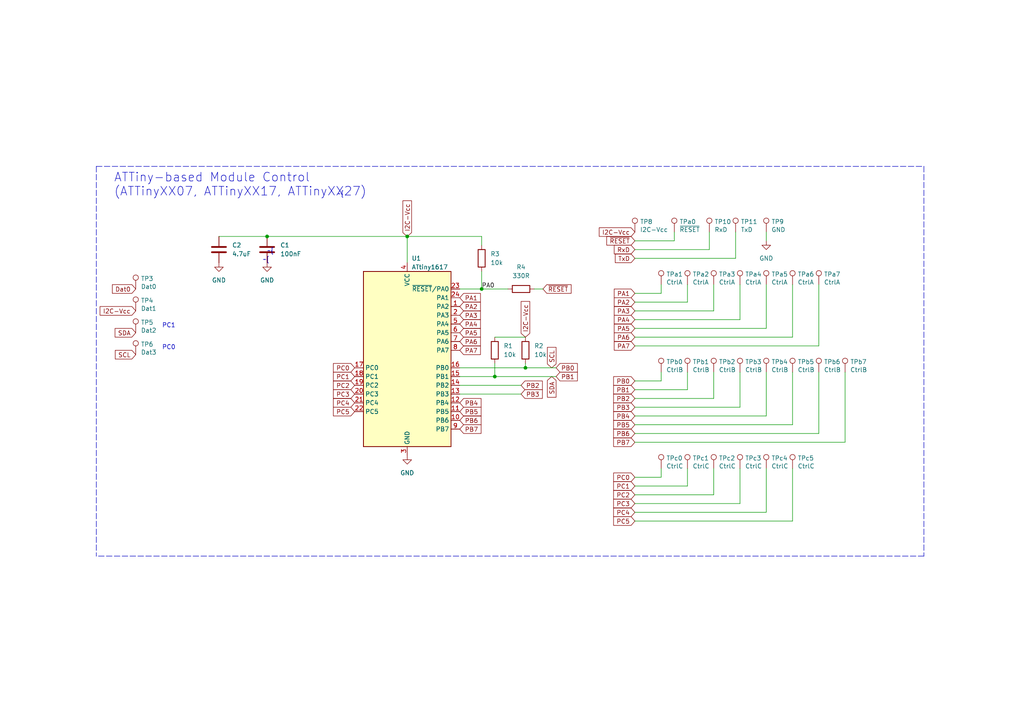
<source format=kicad_sch>
(kicad_sch (version 20211123) (generator eeschema)
  (paper "A4")
  (lib_symbols
    (symbol "Connector:TestPoint" (pin_numbers hide) (pin_names (offset 0.762) hide)
      (property "Reference" "TP" (at 0 6.858 0))
      (property "Value" "TestPoint" (at 0 5.08 0))
      (symbol "TestPoint_0_1"
        (circle (center 0 3.302) (radius 0.762))
      )
      (symbol "TestPoint_1_1"
        (pin passive line (at 0 0 90) (length 2.54) (name "1") (number "1"))
      )
    )
    (symbol "Device:C" (pin_numbers hide) (pin_names (offset 0.254))
      (property "Reference" "C" (at 0.635 2.54 0))
      (property "Value" "C" (at 0.635 -2.54 0))
      (symbol "C_0_1"
        (polyline (pts (xy -2.032 -0.762) (xy 2.032 -0.762)) (stroke (width 0.508)))
        (polyline (pts (xy -2.032 0.762) (xy 2.032 0.762)) (stroke (width 0.508)))
      )
      (symbol "C_1_1"
        (pin passive line (at 0 3.81 270) (length 2.794) (name "~") (number "1"))
        (pin passive line (at 0 -3.81 90) (length 2.794) (name "~") (number "2"))
      )
    )
    (symbol "Device:R" (pin_numbers hide) (pin_names (offset 0))
      (property "Reference" "R" (at 2.032 0 90))
      (property "Value" "R" (at 0 0 90))
      (symbol "R_0_1"
        (rectangle (start -1.016 -2.54) (end 1.016 2.54) (stroke (width 0.254)))
      )
      (symbol "R_1_1"
        (pin passive line (at 0 3.81 270) (length 1.27) (name "~") (number "1"))
        (pin passive line (at 0 -3.81 90) (length 1.27) (name "~") (number "2"))
      )
    )
    (symbol "MCU_Microchip_ATtiny:ATtiny817-M"
      (property "Reference" "U" (at -12.7 26.67 0))
      (property "Value" "ATtiny817-M" (at 2.54 -26.67 0))
      (symbol "ATtiny817-M_0_1"
        (rectangle (start -12.7 -25.4) (end 12.7 25.4) (stroke (width 0.254)) (fill (type background)))
      )
      (symbol "ATtiny817-M_1_1"
        (pin bidirectional line (at 15.24 15.24 180) (length 2.54) (name "PA2") (number "1"))
        (pin bidirectional line (at 15.24 -17.78 180) (length 2.54) (name "PB6") (number "10"))
        (pin bidirectional line (at 15.24 -15.24 180) (length 2.54) (name "PB5") (number "11"))
        (pin bidirectional line (at 15.24 -12.7 180) (length 2.54) (name "PB4") (number "12"))
        (pin bidirectional line (at 15.24 -10.16 180) (length 2.54) (name "PB3") (number "13"))
        (pin bidirectional line (at 15.24 -7.62 180) (length 2.54) (name "PB2") (number "14"))
        (pin bidirectional line (at 15.24 -5.08 180) (length 2.54) (name "PB1") (number "15"))
        (pin bidirectional line (at 15.24 -2.54 180) (length 2.54) (name "PB0") (number "16"))
        (pin bidirectional line (at -15.24 -2.54 0) (length 2.54) (name "PC0") (number "17"))
        (pin bidirectional line (at -15.24 -5.08 0) (length 2.54) (name "PC1") (number "18"))
        (pin bidirectional line (at -15.24 -7.62 0) (length 2.54) (name "PC2") (number "19"))
        (pin bidirectional line (at 15.24 12.7 180) (length 2.54) (name "PA3") (number "2"))
        (pin bidirectional line (at -15.24 -10.16 0) (length 2.54) (name "PC3") (number "20"))
        (pin bidirectional line (at -15.24 -12.7 0) (length 2.54) (name "PC4") (number "21"))
        (pin bidirectional line (at -15.24 -15.24 0) (length 2.54) (name "PC5") (number "22"))
        (pin bidirectional line (at 15.24 20.32 180) (length 2.54) (name "~{RESET}/PA0") (number "23"))
        (pin bidirectional line (at 15.24 17.78 180) (length 2.54) (name "PA1") (number "24"))
        (pin passive line (at 0 -27.94 90) (length 2.54) hide (name "GND") (number "25"))
        (pin power_in line (at 0 -27.94 90) (length 2.54) (name "GND") (number "3"))
        (pin power_in line (at 0 27.94 270) (length 2.54) (name "VCC") (number "4"))
        (pin bidirectional line (at 15.24 10.16 180) (length 2.54) (name "PA4") (number "5"))
        (pin bidirectional line (at 15.24 7.62 180) (length 2.54) (name "PA5") (number "6"))
        (pin bidirectional line (at 15.24 5.08 180) (length 2.54) (name "PA6") (number "7"))
        (pin bidirectional line (at 15.24 2.54 180) (length 2.54) (name "PA7") (number "8"))
        (pin bidirectional line (at 15.24 -20.32 180) (length 2.54) (name "PB7") (number "9"))
      )
    )
    (symbol "power:GND" (power) (pin_names (offset 0))
      (property "Value" "GND" (at 0 -3.81 0))
      (symbol "GND_0_1"
        (polyline (pts (xy 0 0) (xy 0 -1.27) (xy 1.27 -1.27) (xy 0 -2.54) (xy -1.27 -1.27) (xy 0 -1.27)))
      )
      (symbol "GND_1_1"
        (pin power_in line (at 0 0 270) (length 0) hide (name "GND") (number "1"))
      )
    )
  )
  (junction (at 139.7 83.82))
  (junction (at 152.4 106.68))
  (junction (at 118.11 68.58))
  (junction (at 77.47 68.58))
  (junction (at 143.51 109.22))
  (wire (pts (xy 207.01 135.89) (xy 207.01 143.51)))
  (wire (pts (xy 191.77 85.09) (xy 191.77 82.55)))
  (wire (pts (xy 118.11 68.58) (xy 139.7 68.58)))
  (wire (pts (xy 133.35 114.3) (xy 151.13 114.3)))
  (wire (pts (xy 184.15 69.85) (xy 195.58 69.85)))
  (wire (pts (xy 229.87 135.89) (xy 229.87 151.13)))
  (wire (pts (xy 237.49 125.73) (xy 237.49 107.95)))
  (wire (pts (xy 229.87 97.79) (xy 229.87 82.55)))
  (wire (pts (xy 222.25 95.25) (xy 222.25 82.55)))
  (wire (pts (xy 139.7 78.74) (xy 139.7 83.82)))
  (wire (pts (xy 118.11 68.58) (xy 118.11 76.2)))
  (wire (pts (xy 143.51 105.41) (xy 143.51 109.22)))
  (wire (pts (xy 184.15 120.65) (xy 222.25 120.65)))
  (wire (pts (xy 184.15 87.63) (xy 199.39 87.63)))
  (wire (pts (xy 191.77 138.43) (xy 191.77 135.89)))
  (wire (pts (xy 133.35 111.76) (xy 151.13 111.76)))
  (wire (pts (xy 184.15 92.71) (xy 214.63 92.71)))
  (wire (pts (xy 205.74 72.39) (xy 205.74 67.31)))
  (wire (pts (xy 77.47 68.58) (xy 118.11 68.58)))
  (wire (pts (xy 222.25 69.85) (xy 222.25 67.31)))
  (wire (pts (xy 184.15 115.57) (xy 207.01 115.57)))
  (wire (pts (xy 191.77 110.49) (xy 191.77 107.95)))
  (wire (pts (xy 214.63 107.95) (xy 214.63 118.11)))
  (wire (pts (xy 152.4 106.68) (xy 133.35 106.68)))
  (wire (pts (xy 184.15 110.49) (xy 191.77 110.49)))
  (wire (pts (xy 184.15 148.59) (xy 222.25 148.59)))
  (wire (pts (xy 139.7 83.82) (xy 147.32 83.82)))
  (wire (pts (xy 184.15 74.93) (xy 213.36 74.93)))
  (wire (pts (xy 184.15 140.97) (xy 199.39 140.97)))
  (wire (pts (xy 133.35 83.82) (xy 139.7 83.82)))
  (wire (pts (xy 184.15 97.79) (xy 229.87 97.79)))
  (wire (pts (xy 184.15 151.13) (xy 229.87 151.13)))
  (wire (pts (xy 63.5 68.58) (xy 77.47 68.58)))
  (wire (pts (xy 143.51 97.79) (xy 152.4 97.79)))
  (wire (pts (xy 184.15 113.03) (xy 199.39 113.03)))
  (wire (pts (xy 199.39 113.03) (xy 199.39 107.95)))
  (wire (pts (xy 184.15 90.17) (xy 207.01 90.17)))
  (wire (pts (xy 184.15 138.43) (xy 191.77 138.43)))
  (polyline (pts (xy 27.94 48.26) (xy 267.97 48.26)))
  (wire (pts (xy 184.15 118.11) (xy 214.63 118.11)))
  (wire (pts (xy 229.87 123.19) (xy 229.87 107.95)))
  (wire (pts (xy 139.7 68.58) (xy 139.7 71.12)))
  (polyline (pts (xy 27.94 48.26) (xy 27.94 161.29)))
  (wire (pts (xy 184.15 128.27) (xy 245.11 128.27)))
  (wire (pts (xy 184.15 85.09) (xy 191.77 85.09)))
  (wire (pts (xy 184.15 95.25) (xy 222.25 95.25)))
  (polyline (pts (xy 267.97 48.26) (xy 267.97 161.29)))
  (wire (pts (xy 195.58 69.85) (xy 195.58 67.31)))
  (wire (pts (xy 214.63 82.55) (xy 214.63 92.71)))
  (wire (pts (xy 207.01 115.57) (xy 207.01 107.95)))
  (wire (pts (xy 199.39 140.97) (xy 199.39 135.89)))
  (wire (pts (xy 245.11 128.27) (xy 245.11 107.95)))
  (wire (pts (xy 207.01 90.17) (xy 207.01 82.55)))
  (wire (pts (xy 184.15 125.73) (xy 237.49 125.73)))
  (wire (pts (xy 222.25 135.89) (xy 222.25 148.59)))
  (wire (pts (xy 184.15 72.39) (xy 205.74 72.39)))
  (wire (pts (xy 184.15 146.05) (xy 214.63 146.05)))
  (wire (pts (xy 213.36 74.93) (xy 213.36 67.31)))
  (wire (pts (xy 154.94 83.82) (xy 157.48 83.82)))
  (wire (pts (xy 143.51 109.22) (xy 133.35 109.22)))
  (polyline (pts (xy 267.97 161.29) (xy 27.94 161.29)))
  (wire (pts (xy 184.15 143.51) (xy 207.01 143.51)))
  (wire (pts (xy 152.4 105.41) (xy 152.4 106.68)))
  (wire (pts (xy 222.25 120.65) (xy 222.25 107.95)))
  (wire (pts (xy 237.49 100.33) (xy 237.49 82.55)))
  (wire (pts (xy 199.39 87.63) (xy 199.39 82.55)))
  (wire (pts (xy 214.63 135.89) (xy 214.63 146.05)))
  (wire (pts (xy 161.29 109.22) (xy 143.51 109.22)))
  (wire (pts (xy 184.15 100.33) (xy 237.49 100.33)))
  (wire (pts (xy 184.15 123.19) (xy 229.87 123.19)))
  (wire (pts (xy 161.29 106.68) (xy 152.4 106.68)))
  (text "~{" (at 77.47 73.66 0) (effects (font (size 1.27 1.27)) (justify left bottom)))
  (text "PC0" (at 46.99 101.6 0) (effects (font (size 1.27 1.27)) (justify left bottom)))
  (text "~{" (at 76.2 76.2 0) (effects (font (size 1.27 1.27)) (justify left bottom)))
  (text "ATTiny-based Module Control\n(ATTinyXX07, ATTinyXX17, ATTinyXX27)" (at 33.02 57.15 0) (effects (font (size 2.54 2.54)) (justify left bottom)))
  (text "PC1" (at 46.99 95.25 0) (effects (font (size 1.27 1.27)) (justify left bottom)))
  (text "~{" (at 97.79 57.15 0) (effects (font (size 1.27 1.27)) (justify left bottom)))
  (label "PA0" (at 139.7 83.82 0))
  (global_label "RxD" (shape input) (at 184.15 72.39 180) (property "Intersheet References" "${INTERSHEET_REFS}" (effects hide)))
  (global_label "PB6" (shape input) (at 133.35 121.92 0) (property "Intersheet References" "${INTERSHEET_REFS}" (effects hide)))
  (global_label "I2C-Vcc" (shape input) (at 118.11 68.58 90) (property "Intersheet References" "${INTERSHEET_REFS}" (effects hide)))
  (global_label "PB1" (shape input) (at 184.15 113.03 180) (property "Intersheet References" "${INTERSHEET_REFS}" (effects hide)))
  (global_label "PB4" (shape input) (at 184.15 120.65 180) (property "Intersheet References" "${INTERSHEET_REFS}" (effects hide)))
  (global_label "SCL" (shape input) (at 160.02 106.68 90) (property "Intersheet References" "${INTERSHEET_REFS}" (effects hide)))
  (global_label "PA4" (shape input) (at 184.15 92.71 180) (property "Intersheet References" "${INTERSHEET_REFS}" (effects hide)))
  (global_label "TxD" (shape input) (at 184.15 74.93 180) (property "Intersheet References" "${INTERSHEET_REFS}" (effects hide)))
  (global_label "PB0" (shape input) (at 184.15 110.49 180) (property "Intersheet References" "${INTERSHEET_REFS}" (effects hide)))
  (global_label "SDA" (shape input) (at 160.02 109.22 270) (property "Intersheet References" "${INTERSHEET_REFS}" (effects hide)))
  (global_label "PC3" (shape input) (at 184.15 146.05 180) (property "Intersheet References" "${INTERSHEET_REFS}" (effects hide)))
  (global_label "PA2" (shape input) (at 133.35 88.9 0) (property "Intersheet References" "${INTERSHEET_REFS}" (effects hide)))
  (global_label "I2C-Vcc" (shape input) (at 184.15 67.31 180) (property "Intersheet References" "${INTERSHEET_REFS}" (effects hide)))
  (global_label "PC4" (shape input) (at 184.15 148.59 180) (property "Intersheet References" "${INTERSHEET_REFS}" (effects hide)))
  (global_label "PA2" (shape input) (at 184.15 87.63 180) (property "Intersheet References" "${INTERSHEET_REFS}" (effects hide)))
  (global_label "PA6" (shape input) (at 133.35 99.06 0) (property "Intersheet References" "${INTERSHEET_REFS}" (effects hide)))
  (global_label "PB3" (shape input) (at 184.15 118.11 180) (property "Intersheet References" "${INTERSHEET_REFS}" (effects hide)))
  (global_label "SDA" (shape input) (at 39.37 96.52 180) (property "Intersheet References" "${INTERSHEET_REFS}" (effects hide)))
  (global_label "PB6" (shape input) (at 184.15 125.73 180) (property "Intersheet References" "${INTERSHEET_REFS}" (effects hide)))
  (global_label "PA5" (shape input) (at 184.15 95.25 180) (property "Intersheet References" "${INTERSHEET_REFS}" (effects hide)))
  (global_label "PC3" (shape input) (at 102.87 114.3 180) (property "Intersheet References" "${INTERSHEET_REFS}" (effects hide)))
  (global_label "PC2" (shape input) (at 184.15 143.51 180) (property "Intersheet References" "${INTERSHEET_REFS}" (effects hide)))
  (global_label "PA4" (shape input) (at 133.35 93.98 0) (property "Intersheet References" "${INTERSHEET_REFS}" (effects hide)))
  (global_label "~{RESET}" (shape input) (at 184.15 69.85 180) (property "Intersheet References" "${INTERSHEET_REFS}" (effects hide)))
  (global_label "PB5" (shape input) (at 184.15 123.19 180) (property "Intersheet References" "${INTERSHEET_REFS}" (effects hide)))
  (global_label "PC0" (shape input) (at 184.15 138.43 180) (property "Intersheet References" "${INTERSHEET_REFS}" (effects hide)))
  (global_label "PA3" (shape input) (at 184.15 90.17 180) (property "Intersheet References" "${INTERSHEET_REFS}" (effects hide)))
  (global_label "PB5" (shape input) (at 133.35 119.38 0) (property "Intersheet References" "${INTERSHEET_REFS}" (effects hide)))
  (global_label "PB1" (shape input) (at 161.29 109.22 0) (property "Intersheet References" "${INTERSHEET_REFS}" (effects hide)))
  (global_label "PC1" (shape input) (at 102.87 109.22 180) (property "Intersheet References" "${INTERSHEET_REFS}" (effects hide)))
  (global_label "PA1" (shape input) (at 184.15 85.09 180) (property "Intersheet References" "${INTERSHEET_REFS}" (effects hide)))
  (global_label "PB2" (shape input) (at 151.13 111.76 0) (property "Intersheet References" "${INTERSHEET_REFS}" (effects hide)))
  (global_label "PA7" (shape input) (at 184.15 100.33 180) (property "Intersheet References" "${INTERSHEET_REFS}" (effects hide)))
  (global_label "PA3" (shape input) (at 133.35 91.44 0) (property "Intersheet References" "${INTERSHEET_REFS}" (effects hide)))
  (global_label "PB2" (shape input) (at 184.15 115.57 180) (property "Intersheet References" "${INTERSHEET_REFS}" (effects hide)))
  (global_label "PC5" (shape input) (at 102.87 119.38 180) (property "Intersheet References" "${INTERSHEET_REFS}" (effects hide)))
  (global_label "~{RESET}" (shape input) (at 157.48 83.82 0) (property "Intersheet References" "${INTERSHEET_REFS}" (effects hide)))
  (global_label "PA6" (shape input) (at 184.15 97.79 180) (property "Intersheet References" "${INTERSHEET_REFS}" (effects hide)))
  (global_label "PC5" (shape input) (at 184.15 151.13 180) (property "Intersheet References" "${INTERSHEET_REFS}" (effects hide)))
  (global_label "Dat0" (shape input) (at 39.37 83.82 180) (property "Intersheet References" "${INTERSHEET_REFS}" (effects hide)))
  (global_label "PB7" (shape input) (at 184.15 128.27 180) (property "Intersheet References" "${INTERSHEET_REFS}" (effects hide)))
  (global_label "PB3" (shape input) (at 151.13 114.3 0) (property "Intersheet References" "${INTERSHEET_REFS}" (effects hide)))
  (global_label "PC4" (shape input) (at 102.87 116.84 180) (property "Intersheet References" "${INTERSHEET_REFS}" (effects hide)))
  (global_label "SCL" (shape input) (at 39.37 102.87 180) (property "Intersheet References" "${INTERSHEET_REFS}" (effects hide)))
  (global_label "PB7" (shape input) (at 133.35 124.46 0) (property "Intersheet References" "${INTERSHEET_REFS}" (effects hide)))
  (global_label "PC0" (shape input) (at 102.87 106.68 180) (property "Intersheet References" "${INTERSHEET_REFS}" (effects hide)))
  (global_label "PC1" (shape input) (at 184.15 140.97 180) (property "Intersheet References" "${INTERSHEET_REFS}" (effects hide)))
  (global_label "PA1" (shape input) (at 133.35 86.36 0) (property "Intersheet References" "${INTERSHEET_REFS}" (effects hide)))
  (global_label "PC2" (shape input) (at 102.87 111.76 180) (property "Intersheet References" "${INTERSHEET_REFS}" (effects hide)))
  (global_label "I2C-Vcc" (shape input) (at 152.4 97.79 90) (property "Intersheet References" "${INTERSHEET_REFS}" (effects hide)))
  (global_label "PA5" (shape input) (at 133.35 96.52 0) (property "Intersheet References" "${INTERSHEET_REFS}" (effects hide)))
  (global_label "PB4" (shape input) (at 133.35 116.84 0) (property "Intersheet References" "${INTERSHEET_REFS}" (effects hide)))
  (global_label "I2C-Vcc" (shape input) (at 39.37 90.17 180) (property "Intersheet References" "${INTERSHEET_REFS}" (effects hide)))
  (global_label "PB0" (shape input) (at 161.29 106.68 0) (property "Intersheet References" "${INTERSHEET_REFS}" (effects hide)))
  (global_label "PA7" (shape input) (at 133.35 101.6 0) (property "Intersheet References" "${INTERSHEET_REFS}" (effects hide)))
  (symbol (lib_id "Connector:TestPoint") (at 39.37 83.82 0) (unit 1) (in_bom no)
    (property "Reference" "TP3" (at 40.8432 80.8228 0) (effects (justify left)))
    (property "Value" "Dat0" (at 40.8432 83.1342 0) (effects (justify left)))
    (property "Footprint" "tinker:TestPoint_THTPad_D1.0mm_Drill0.5mm" (effects hide))
  )
  (symbol (lib_id "Connector:TestPoint") (at 39.37 102.87 0) (unit 1) (in_bom no)
    (property "Reference" "TP6" (at 40.8432 99.8728 0) (effects (justify left)))
    (property "Value" "Dat3" (at 40.8432 102.1842 0) (effects (justify left)))
    (property "Footprint" "tinker:TestPoint_THTPad_D1.0mm_Drill0.5mm" (effects hide))
  )
  (symbol (lib_id "Connector:TestPoint") (at 214.63 135.89 0) (unit 1) (in_bom no)
    (property "Reference" "TPc3" (at 216.1032 132.8928 0) (effects (justify left)))
    (property "Value" "CtrlC" (at 216.1032 135.2042 0) (effects (justify left)))
    (property "Footprint" "tinker:TestPoint_THTPad_D1.0mm_Drill0.5mm" (effects hide))
  )
  (symbol (lib_id "Connector:TestPoint") (at 214.63 107.95 0) (unit 1) (in_bom no)
    (property "Reference" "TPb3" (at 216.1032 104.9528 0) (effects (justify left)))
    (property "Value" "CtrlB" (at 216.1032 107.2642 0) (effects (justify left)))
    (property "Footprint" "tinker:TestPoint_THTPad_D1.0mm_Drill0.5mm" (effects hide))
  )
  (symbol (lib_id "Connector:TestPoint") (at 191.77 82.55 0) (unit 1) (in_bom no)
    (property "Reference" "TPa1" (at 193.2432 79.5528 0) (effects (justify left)))
    (property "Value" "CtrlA" (at 193.2432 81.8642 0) (effects (justify left)))
    (property "Footprint" "tinker:TestPoint_THTPad_D1.0mm_Drill0.5mm" (effects hide))
  )
  (symbol (lib_id "Connector:TestPoint") (at 222.25 67.31 0) (unit 1) (in_bom no)
    (property "Reference" "TP9" (at 223.7232 64.3128 0) (effects (justify left)))
    (property "Value" "GND" (at 223.7232 66.6242 0) (effects (justify left)))
    (property "Footprint" "tinker:TestPoint_THTPad_D1.0mm_Drill0.5mm" (effects hide))
  )
  (symbol (lib_id "Device:R") (at 139.7 74.93 0) (unit 1)
    (property "Reference" "R3" (at 142.24 73.6599 0) (effects (justify left)))
    (property "Value" "10k" (at 142.24 76.1999 0) (effects (justify left)))
    (property "Footprint" "Resistor_SMD:R_0603_1608Metric" (effects hide))
    (property "LCSC" "C25804" (effects hide))
  )
  (symbol (lib_id "Connector:TestPoint") (at 205.74 67.31 0) (unit 1) (in_bom no) (on_board no)
    (property "Reference" "TP10" (at 207.2132 64.3128 0) (effects (justify left)))
    (property "Value" "RxD" (at 207.2132 66.6242 0) (effects (justify left)))
    (property "Footprint" "tinker:TestPoint_THTPad_D1.0mm_Drill0.5mm" (effects hide))
  )
  (symbol (lib_id "Connector:TestPoint") (at 195.58 67.31 0) (unit 1) (in_bom no)
    (property "Reference" "TPa0" (at 197.0532 64.3128 0) (effects (justify left)))
    (property "Value" "~{RESET}" (at 197.0532 66.6242 0) (effects (justify left)))
    (property "Footprint" "tinker:TestPoint_THTPad_D1.0mm_Drill0.5mm" (effects hide))
  )
  (symbol (lib_id "Connector:TestPoint") (at 191.77 135.89 0) (unit 1) (in_bom no)
    (property "Reference" "TPc0" (at 193.2432 132.8928 0) (effects (justify left)))
    (property "Value" "CtrlC" (at 193.2432 135.2042 0) (effects (justify left)))
    (property "Footprint" "tinker:TestPoint_THTPad_D1.0mm_Drill0.5mm" (effects hide))
  )
  (symbol (lib_id "Connector:TestPoint") (at 39.37 96.52 0) (unit 1) (in_bom no)
    (property "Reference" "TP5" (at 40.8432 93.5228 0) (effects (justify left)))
    (property "Value" "Dat2" (at 40.8432 95.8342 0) (effects (justify left)))
    (property "Footprint" "tinker:TestPoint_THTPad_D1.0mm_Drill0.5mm" (effects hide))
  )
  (symbol (lib_id "Connector:TestPoint") (at 222.25 82.55 0) (unit 1) (in_bom no)
    (property "Reference" "TPa5" (at 223.7232 79.5528 0) (effects (justify left)))
    (property "Value" "CtrlA" (at 223.7232 81.8642 0) (effects (justify left)))
    (property "Footprint" "tinker:TestPoint_THTPad_D1.0mm_Drill0.5mm" (effects hide))
  )
  (symbol (lib_id "Connector:TestPoint") (at 237.49 82.55 0) (unit 1) (in_bom no)
    (property "Reference" "TPa7" (at 238.9632 79.5528 0) (effects (justify left)))
    (property "Value" "CtrlA" (at 238.9632 81.8642 0) (effects (justify left)))
    (property "Footprint" "tinker:TestPoint_THTPad_D1.0mm_Drill0.5mm" (effects hide))
  )
  (symbol (lib_id "Connector:TestPoint") (at 207.01 82.55 0) (unit 1) (in_bom no)
    (property "Reference" "TPa3" (at 208.4832 79.5528 0) (effects (justify left)))
    (property "Value" "CtrlA" (at 208.4832 81.8642 0) (effects (justify left)))
    (property "Footprint" "tinker:TestPoint_THTPad_D1.0mm_Drill0.5mm" (effects hide))
  )
  (symbol (lib_id "Connector:TestPoint") (at 184.15 67.31 0) (unit 1) (in_bom no)
    (property "Reference" "TP8" (at 185.6232 64.3128 0) (effects (justify left)))
    (property "Value" "I2C-Vcc" (at 185.6232 66.6242 0) (effects (justify left)))
    (property "Footprint" "tinker:TestPoint_THTPad_D1.0mm_Drill0.5mm" (effects hide))
  )
  (symbol (lib_id "Connector:TestPoint") (at 214.63 82.55 0) (unit 1) (in_bom no)
    (property "Reference" "TPa4" (at 216.1032 79.5528 0) (effects (justify left)))
    (property "Value" "CtrlA" (at 216.1032 81.8642 0) (effects (justify left)))
    (property "Footprint" "tinker:TestPoint_THTPad_D1.0mm_Drill0.5mm" (effects hide))
  )
  (symbol (lib_id "power:GND") (at 118.11 132.08 0) (unit 1)
    (property "Reference" "#PWR0103" (effects hide))
    (property "Value" "GND" (at 118.11 137.16 0))
  )
  (symbol (lib_id "Connector:TestPoint") (at 191.77 107.95 0) (unit 1) (in_bom no)
    (property "Reference" "TPb0" (at 193.2432 104.9528 0) (effects (justify left)))
    (property "Value" "CtrlB" (at 193.2432 107.2642 0) (effects (justify left)))
    (property "Footprint" "tinker:TestPoint_THTPad_D1.0mm_Drill0.5mm" (effects hide))
  )
  (symbol (lib_id "Connector:TestPoint") (at 207.01 107.95 0) (unit 1) (in_bom no)
    (property "Reference" "TPb2" (at 208.4832 104.9528 0) (effects (justify left)))
    (property "Value" "CtrlB" (at 208.4832 107.2642 0) (effects (justify left)))
    (property "Footprint" "tinker:TestPoint_THTPad_D1.0mm_Drill0.5mm" (effects hide))
  )
  (symbol (lib_id "Connector:TestPoint") (at 199.39 135.89 0) (unit 1) (in_bom no)
    (property "Reference" "TPc1" (at 200.8632 132.8928 0) (effects (justify left)))
    (property "Value" "CtrlC" (at 200.8632 135.2042 0) (effects (justify left)))
    (property "Footprint" "tinker:TestPoint_THTPad_D1.0mm_Drill0.5mm" (effects hide))
  )
  (symbol (lib_id "Connector:TestPoint") (at 222.25 135.89 0) (unit 1) (in_bom no)
    (property "Reference" "TPc4" (at 223.7232 132.8928 0) (effects (justify left)))
    (property "Value" "CtrlC" (at 223.7232 135.2042 0) (effects (justify left)))
    (property "Footprint" "tinker:TestPoint_THTPad_D1.0mm_Drill0.5mm" (effects hide))
  )
  (symbol (lib_id "Connector:TestPoint") (at 237.49 107.95 0) (unit 1) (in_bom no)
    (property "Reference" "TPb6" (at 238.9632 104.9528 0) (effects (justify left)))
    (property "Value" "CtrlB" (at 238.9632 107.2642 0) (effects (justify left)))
    (property "Footprint" "tinker:TestPoint_THTPad_D1.0mm_Drill0.5mm" (effects hide))
  )
  (symbol (lib_id "Connector:TestPoint") (at 229.87 107.95 0) (unit 1) (in_bom no)
    (property "Reference" "TPb5" (at 231.3432 104.9528 0) (effects (justify left)))
    (property "Value" "CtrlB" (at 231.3432 107.2642 0) (effects (justify left)))
    (property "Footprint" "tinker:TestPoint_THTPad_D1.0mm_Drill0.5mm" (effects hide))
  )
  (symbol (lib_id "Connector:TestPoint") (at 245.11 107.95 0) (unit 1) (in_bom no)
    (property "Reference" "TPb7" (at 246.5832 104.9528 0) (effects (justify left)))
    (property "Value" "CtrlB" (at 246.5832 107.2642 0) (effects (justify left)))
    (property "Footprint" "tinker:TestPoint_THTPad_D1.0mm_Drill0.5mm" (effects hide))
  )
  (symbol (lib_id "Connector:TestPoint") (at 229.87 82.55 0) (unit 1) (in_bom no)
    (property "Reference" "TPa6" (at 231.3432 79.5528 0) (effects (justify left)))
    (property "Value" "CtrlA" (at 231.3432 81.8642 0) (effects (justify left)))
    (property "Footprint" "tinker:TestPoint_THTPad_D1.0mm_Drill0.5mm" (effects hide))
  )
  (symbol (lib_id "MCU_Microchip_ATtiny:ATtiny817-M") (at 118.11 104.14 0) (unit 1)
    (property "Reference" "U1" (at 119.38 74.93 0) (effects (justify left)))
    (property "Value" "ATtiny1617" (at 119.38 77.47 0) (effects (justify left)))
    (property "Footprint" "Package_DFN_QFN:QFN-24-1EP_4x4mm_P0.5mm_EP2.6x2.6mm" (effects hide))
    (property "Datasheet" "http://ww1.microchip.com/downloads/en/DeviceDoc/40001901B.pdf" (effects hide))
    (property "LCSC" "C1340514" (effects hide))
  )
  (symbol (lib_id "Connector:TestPoint") (at 222.25 107.95 0) (unit 1) (in_bom no)
    (property "Reference" "TPb4" (at 223.7232 104.9528 0) (effects (justify left)))
    (property "Value" "CtrlB" (at 223.7232 107.2642 0) (effects (justify left)))
    (property "Footprint" "tinker:TestPoint_THTPad_D1.0mm_Drill0.5mm" (effects hide))
  )
  (symbol (lib_id "power:GND") (at 63.5 76.2 0) (unit 1)
    (property "Reference" "#PWR0102" (effects hide))
    (property "Value" "GND" (at 63.5 81.28 0))
  )
  (symbol (lib_id "power:GND") (at 77.47 76.2 0) (unit 1)
    (property "Reference" "#PWR0101" (effects hide))
    (property "Value" "GND" (at 77.47 81.28 0))
  )
  (symbol (lib_id "Connector:TestPoint") (at 199.39 107.95 0) (unit 1) (in_bom no)
    (property "Reference" "TPb1" (at 200.8632 104.9528 0) (effects (justify left)))
    (property "Value" "CtrlB" (at 200.8632 107.2642 0) (effects (justify left)))
    (property "Footprint" "tinker:TestPoint_THTPad_D1.0mm_Drill0.5mm" (effects hide))
  )
  (symbol (lib_id "Connector:TestPoint") (at 207.01 135.89 0) (unit 1) (in_bom no)
    (property "Reference" "TPc2" (at 208.4832 132.8928 0) (effects (justify left)))
    (property "Value" "CtrlC" (at 208.4832 135.2042 0) (effects (justify left)))
    (property "Footprint" "tinker:TestPoint_THTPad_D1.0mm_Drill0.5mm" (effects hide))
  )
  (symbol (lib_id "Connector:TestPoint") (at 39.37 90.17 0) (unit 1) (in_bom no)
    (property "Reference" "TP4" (at 40.8432 87.1728 0) (effects (justify left)))
    (property "Value" "Dat1" (at 40.8432 89.4842 0) (effects (justify left)))
    (property "Footprint" "tinker:TestPoint_THTPad_D1.0mm_Drill0.5mm" (effects hide))
  )
  (symbol (lib_id "Device:C") (at 63.5 72.39 0) (unit 1)
    (property "Reference" "C2" (at 67.31 71.1199 0) (effects (justify left)))
    (property "Value" "4.7uF" (at 67.31 73.6599 0) (effects (justify left)))
    (property "Footprint" "Capacitor_SMD:C_0805_2012Metric" (effects hide))
    (property "LCSC" "C107153" (effects hide))
  )
  (symbol (lib_id "Device:R") (at 152.4 101.6 0) (unit 1)
    (property "Reference" "R2" (at 154.94 100.3299 0) (effects (justify left)))
    (property "Value" "10k" (at 154.94 102.8699 0) (effects (justify left)))
    (property "Footprint" "Resistor_SMD:R_0603_1608Metric" (effects hide))
    (property "LCSC" "C25804" (effects hide))
  )
  (symbol (lib_id "Connector:TestPoint") (at 229.87 135.89 0) (unit 1) (in_bom no)
    (property "Reference" "TPc5" (at 231.3432 132.8928 0) (effects (justify left)))
    (property "Value" "CtrlC" (at 231.3432 135.2042 0) (effects (justify left)))
    (property "Footprint" "tinker:TestPoint_THTPad_D1.0mm_Drill0.5mm" (effects hide))
  )
  (symbol (lib_id "Device:C") (at 77.47 72.39 0) (unit 1)
    (property "Reference" "C1" (at 81.28 71.1199 0) (effects (justify left)))
    (property "Value" "100nF" (at 81.28 73.6599 0) (effects (justify left)))
    (property "Footprint" "Capacitor_SMD:C_0603_1608Metric" (effects hide))
    (property "LCSC" "C14663" (effects hide))
  )
  (symbol (lib_id "Connector:TestPoint") (at 199.39 82.55 0) (unit 1) (in_bom no)
    (property "Reference" "TPa2" (at 200.8632 79.5528 0) (effects (justify left)))
    (property "Value" "CtrlA" (at 200.8632 81.8642 0) (effects (justify left)))
    (property "Footprint" "tinker:TestPoint_THTPad_D1.0mm_Drill0.5mm" (effects hide))
  )
  (symbol (lib_id "Connector:TestPoint") (at 213.36 67.31 0) (unit 1) (in_bom no) (on_board no)
    (property "Reference" "TP11" (at 214.8332 64.3128 0) (effects (justify left)))
    (property "Value" "TxD" (at 214.8332 66.6242 0) (effects (justify left)))
    (property "Footprint" "tinker:TestPoint_THTPad_D1.0mm_Drill0.5mm" (effects hide))
  )
  (symbol (lib_id "power:GND") (at 222.25 69.85 0) (unit 1)
    (property "Reference" "#PWR0106" (effects hide))
    (property "Value" "GND" (at 222.25 74.93 0))
  )
  (symbol (lib_id "Device:R") (at 151.13 83.82 90) (unit 1)
    (property "Reference" "R4" (at 151.13 77.47 90))
    (property "Value" "330R" (at 151.13 80.01 90))
    (property "Footprint" "Resistor_SMD:R_0603_1608Metric" (effects hide))
    (property "LCSC" "C23138" (effects hide))
  )
  (symbol (lib_id "Device:R") (at 143.51 101.6 0) (unit 1)
    (property "Reference" "R1" (at 146.05 100.3299 0) (effects (justify left)))
    (property "Value" "10k" (at 146.05 102.8699 0) (effects (justify left)))
    (property "Footprint" "Resistor_SMD:R_0603_1608Metric" (effects hide))
    (property "LCSC" "C25804" (effects hide))
  )
)
</source>
